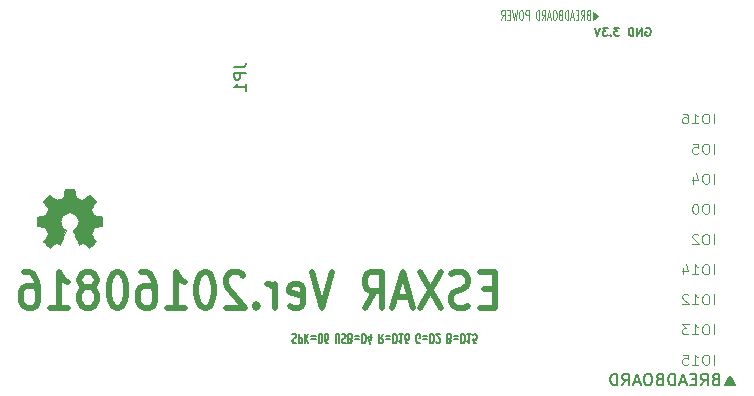
<source format=gbr>
G04 #@! TF.FileFunction,Legend,Bot*
%FSLAX46Y46*%
G04 Gerber Fmt 4.6, Leading zero omitted, Abs format (unit mm)*
G04 Created by KiCad (PCBNEW 4.0.2+dfsg1-stable) date 2016年08月16日 15時24分34秒*
%MOMM*%
G01*
G04 APERTURE LIST*
%ADD10C,0.100000*%
%ADD11C,0.125000*%
%ADD12C,0.175000*%
%ADD13C,0.200000*%
%ADD14C,0.500000*%
%ADD15C,0.132500*%
%ADD16C,0.002540*%
%ADD17C,0.150000*%
G04 APERTURE END LIST*
D10*
D11*
X176434286Y-80371905D02*
X176434286Y-79762381D01*
X176458095Y-80333810D02*
X176458095Y-79800476D01*
X176481905Y-80333810D02*
X176481905Y-79800476D01*
X176505714Y-80295714D02*
X176505714Y-79838571D01*
X176529524Y-80295714D02*
X176529524Y-79838571D01*
X176553333Y-80257619D02*
X176553333Y-79876667D01*
X176577143Y-80257619D02*
X176577143Y-79876667D01*
X176600952Y-80219524D02*
X176600952Y-79914762D01*
X176624762Y-80181429D02*
X176624762Y-79952857D01*
X176648571Y-80181429D02*
X176648571Y-79952857D01*
X176672381Y-80143333D02*
X176672381Y-79990952D01*
X176696190Y-80143333D02*
X176696190Y-79990952D01*
X176720000Y-80067143D02*
X176743809Y-80067143D01*
X176720000Y-80105238D02*
X176720000Y-80029048D01*
X176410476Y-80371905D02*
X176767619Y-80067143D01*
X176410476Y-79762381D01*
X176791428Y-80067143D02*
X176410476Y-79724286D01*
X176410476Y-80410000D01*
X176791428Y-80067143D01*
X176005714Y-79952857D02*
X175934285Y-79990952D01*
X175910476Y-80029048D01*
X175886666Y-80105238D01*
X175886666Y-80219524D01*
X175910476Y-80295714D01*
X175934285Y-80333810D01*
X175981904Y-80371905D01*
X176172380Y-80371905D01*
X176172380Y-79571905D01*
X176005714Y-79571905D01*
X175958095Y-79610000D01*
X175934285Y-79648095D01*
X175910476Y-79724286D01*
X175910476Y-79800476D01*
X175934285Y-79876667D01*
X175958095Y-79914762D01*
X176005714Y-79952857D01*
X176172380Y-79952857D01*
X175386666Y-80371905D02*
X175553333Y-79990952D01*
X175672380Y-80371905D02*
X175672380Y-79571905D01*
X175481904Y-79571905D01*
X175434285Y-79610000D01*
X175410476Y-79648095D01*
X175386666Y-79724286D01*
X175386666Y-79838571D01*
X175410476Y-79914762D01*
X175434285Y-79952857D01*
X175481904Y-79990952D01*
X175672380Y-79990952D01*
X175172380Y-79952857D02*
X175005714Y-79952857D01*
X174934285Y-80371905D02*
X175172380Y-80371905D01*
X175172380Y-79571905D01*
X174934285Y-79571905D01*
X174743809Y-80143333D02*
X174505714Y-80143333D01*
X174791428Y-80371905D02*
X174624761Y-79571905D01*
X174458095Y-80371905D01*
X174291428Y-80371905D02*
X174291428Y-79571905D01*
X174172381Y-79571905D01*
X174100952Y-79610000D01*
X174053333Y-79686190D01*
X174029524Y-79762381D01*
X174005714Y-79914762D01*
X174005714Y-80029048D01*
X174029524Y-80181429D01*
X174053333Y-80257619D01*
X174100952Y-80333810D01*
X174172381Y-80371905D01*
X174291428Y-80371905D01*
X173624762Y-79952857D02*
X173553333Y-79990952D01*
X173529524Y-80029048D01*
X173505714Y-80105238D01*
X173505714Y-80219524D01*
X173529524Y-80295714D01*
X173553333Y-80333810D01*
X173600952Y-80371905D01*
X173791428Y-80371905D01*
X173791428Y-79571905D01*
X173624762Y-79571905D01*
X173577143Y-79610000D01*
X173553333Y-79648095D01*
X173529524Y-79724286D01*
X173529524Y-79800476D01*
X173553333Y-79876667D01*
X173577143Y-79914762D01*
X173624762Y-79952857D01*
X173791428Y-79952857D01*
X173196190Y-79571905D02*
X173100952Y-79571905D01*
X173053333Y-79610000D01*
X173005714Y-79686190D01*
X172981905Y-79838571D01*
X172981905Y-80105238D01*
X173005714Y-80257619D01*
X173053333Y-80333810D01*
X173100952Y-80371905D01*
X173196190Y-80371905D01*
X173243809Y-80333810D01*
X173291428Y-80257619D01*
X173315238Y-80105238D01*
X173315238Y-79838571D01*
X173291428Y-79686190D01*
X173243809Y-79610000D01*
X173196190Y-79571905D01*
X172791428Y-80143333D02*
X172553333Y-80143333D01*
X172839047Y-80371905D02*
X172672380Y-79571905D01*
X172505714Y-80371905D01*
X172053333Y-80371905D02*
X172220000Y-79990952D01*
X172339047Y-80371905D02*
X172339047Y-79571905D01*
X172148571Y-79571905D01*
X172100952Y-79610000D01*
X172077143Y-79648095D01*
X172053333Y-79724286D01*
X172053333Y-79838571D01*
X172077143Y-79914762D01*
X172100952Y-79952857D01*
X172148571Y-79990952D01*
X172339047Y-79990952D01*
X171839047Y-80371905D02*
X171839047Y-79571905D01*
X171720000Y-79571905D01*
X171648571Y-79610000D01*
X171600952Y-79686190D01*
X171577143Y-79762381D01*
X171553333Y-79914762D01*
X171553333Y-80029048D01*
X171577143Y-80181429D01*
X171600952Y-80257619D01*
X171648571Y-80333810D01*
X171720000Y-80371905D01*
X171839047Y-80371905D01*
X170958095Y-80371905D02*
X170958095Y-79571905D01*
X170767619Y-79571905D01*
X170720000Y-79610000D01*
X170696191Y-79648095D01*
X170672381Y-79724286D01*
X170672381Y-79838571D01*
X170696191Y-79914762D01*
X170720000Y-79952857D01*
X170767619Y-79990952D01*
X170958095Y-79990952D01*
X170362857Y-79571905D02*
X170267619Y-79571905D01*
X170220000Y-79610000D01*
X170172381Y-79686190D01*
X170148572Y-79838571D01*
X170148572Y-80105238D01*
X170172381Y-80257619D01*
X170220000Y-80333810D01*
X170267619Y-80371905D01*
X170362857Y-80371905D01*
X170410476Y-80333810D01*
X170458095Y-80257619D01*
X170481905Y-80105238D01*
X170481905Y-79838571D01*
X170458095Y-79686190D01*
X170410476Y-79610000D01*
X170362857Y-79571905D01*
X169981904Y-79571905D02*
X169862857Y-80371905D01*
X169767619Y-79800476D01*
X169672381Y-80371905D01*
X169553333Y-79571905D01*
X169362856Y-79952857D02*
X169196190Y-79952857D01*
X169124761Y-80371905D02*
X169362856Y-80371905D01*
X169362856Y-79571905D01*
X169124761Y-79571905D01*
X168624761Y-80371905D02*
X168791428Y-79990952D01*
X168910475Y-80371905D02*
X168910475Y-79571905D01*
X168719999Y-79571905D01*
X168672380Y-79610000D01*
X168648571Y-79648095D01*
X168624761Y-79724286D01*
X168624761Y-79838571D01*
X168648571Y-79914762D01*
X168672380Y-79952857D01*
X168719999Y-79990952D01*
X168910475Y-79990952D01*
D12*
X180876333Y-81057000D02*
X180942999Y-81023667D01*
X181042999Y-81023667D01*
X181142999Y-81057000D01*
X181209666Y-81123667D01*
X181242999Y-81190333D01*
X181276333Y-81323667D01*
X181276333Y-81423667D01*
X181242999Y-81557000D01*
X181209666Y-81623667D01*
X181142999Y-81690333D01*
X181042999Y-81723667D01*
X180976333Y-81723667D01*
X180876333Y-81690333D01*
X180842999Y-81657000D01*
X180842999Y-81423667D01*
X180976333Y-81423667D01*
X180542999Y-81723667D02*
X180542999Y-81023667D01*
X180142999Y-81723667D01*
X180142999Y-81023667D01*
X179809666Y-81723667D02*
X179809666Y-81023667D01*
X179643000Y-81023667D01*
X179543000Y-81057000D01*
X179476333Y-81123667D01*
X179443000Y-81190333D01*
X179409666Y-81323667D01*
X179409666Y-81423667D01*
X179443000Y-81557000D01*
X179476333Y-81623667D01*
X179543000Y-81690333D01*
X179643000Y-81723667D01*
X179809666Y-81723667D01*
X178643000Y-81023667D02*
X178209667Y-81023667D01*
X178443000Y-81290333D01*
X178343000Y-81290333D01*
X178276333Y-81323667D01*
X178243000Y-81357000D01*
X178209667Y-81423667D01*
X178209667Y-81590333D01*
X178243000Y-81657000D01*
X178276333Y-81690333D01*
X178343000Y-81723667D01*
X178543000Y-81723667D01*
X178609667Y-81690333D01*
X178643000Y-81657000D01*
X177909666Y-81657000D02*
X177876333Y-81690333D01*
X177909666Y-81723667D01*
X177943000Y-81690333D01*
X177909666Y-81657000D01*
X177909666Y-81723667D01*
X177643000Y-81023667D02*
X177209667Y-81023667D01*
X177443000Y-81290333D01*
X177343000Y-81290333D01*
X177276333Y-81323667D01*
X177243000Y-81357000D01*
X177209667Y-81423667D01*
X177209667Y-81590333D01*
X177243000Y-81657000D01*
X177276333Y-81690333D01*
X177343000Y-81723667D01*
X177543000Y-81723667D01*
X177609667Y-81690333D01*
X177643000Y-81657000D01*
X177009666Y-81023667D02*
X176776333Y-81723667D01*
X176543000Y-81023667D01*
D13*
X188348286Y-111275762D02*
X188348286Y-111323381D01*
X188300667Y-111180524D02*
X188300667Y-111323381D01*
X188253048Y-111085286D02*
X188253048Y-111323381D01*
X188205429Y-110990048D02*
X188205429Y-111323381D01*
X188157810Y-110942429D02*
X188157810Y-111323381D01*
X188110191Y-110847190D02*
X188110191Y-111323381D01*
X188062571Y-110751952D02*
X188062571Y-111323381D01*
X188014952Y-110656714D02*
X188014952Y-111323381D01*
X187967333Y-110561476D02*
X187967333Y-111323381D01*
X187919714Y-110656714D02*
X187919714Y-111323381D01*
X187872095Y-110751952D02*
X187872095Y-111323381D01*
X187824476Y-110847190D02*
X187824476Y-111323381D01*
X187776857Y-110942429D02*
X187776857Y-111323381D01*
X187729238Y-110990048D02*
X187729238Y-111323381D01*
X187681619Y-111085286D02*
X187681619Y-111323381D01*
X187634000Y-111180524D02*
X187634000Y-111323381D01*
X187586381Y-111323381D02*
X187967333Y-110609095D01*
X188348286Y-111323381D01*
X187586381Y-111275762D02*
X187586381Y-111323381D01*
X187967333Y-110561476D02*
X187538762Y-111323381D01*
X188395905Y-111323381D01*
X187967333Y-110561476D01*
X186776857Y-110799571D02*
X186634000Y-110847190D01*
X186586381Y-110894810D01*
X186538762Y-110990048D01*
X186538762Y-111132905D01*
X186586381Y-111228143D01*
X186634000Y-111275762D01*
X186729238Y-111323381D01*
X187110191Y-111323381D01*
X187110191Y-110323381D01*
X186776857Y-110323381D01*
X186681619Y-110371000D01*
X186634000Y-110418619D01*
X186586381Y-110513857D01*
X186586381Y-110609095D01*
X186634000Y-110704333D01*
X186681619Y-110751952D01*
X186776857Y-110799571D01*
X187110191Y-110799571D01*
X185538762Y-111323381D02*
X185872096Y-110847190D01*
X186110191Y-111323381D02*
X186110191Y-110323381D01*
X185729238Y-110323381D01*
X185634000Y-110371000D01*
X185586381Y-110418619D01*
X185538762Y-110513857D01*
X185538762Y-110656714D01*
X185586381Y-110751952D01*
X185634000Y-110799571D01*
X185729238Y-110847190D01*
X186110191Y-110847190D01*
X185110191Y-110799571D02*
X184776857Y-110799571D01*
X184634000Y-111323381D02*
X185110191Y-111323381D01*
X185110191Y-110323381D01*
X184634000Y-110323381D01*
X184253048Y-111037667D02*
X183776857Y-111037667D01*
X184348286Y-111323381D02*
X184014953Y-110323381D01*
X183681619Y-111323381D01*
X183348286Y-111323381D02*
X183348286Y-110323381D01*
X183110191Y-110323381D01*
X182967333Y-110371000D01*
X182872095Y-110466238D01*
X182824476Y-110561476D01*
X182776857Y-110751952D01*
X182776857Y-110894810D01*
X182824476Y-111085286D01*
X182872095Y-111180524D01*
X182967333Y-111275762D01*
X183110191Y-111323381D01*
X183348286Y-111323381D01*
X182014952Y-110799571D02*
X181872095Y-110847190D01*
X181824476Y-110894810D01*
X181776857Y-110990048D01*
X181776857Y-111132905D01*
X181824476Y-111228143D01*
X181872095Y-111275762D01*
X181967333Y-111323381D01*
X182348286Y-111323381D01*
X182348286Y-110323381D01*
X182014952Y-110323381D01*
X181919714Y-110371000D01*
X181872095Y-110418619D01*
X181824476Y-110513857D01*
X181824476Y-110609095D01*
X181872095Y-110704333D01*
X181919714Y-110751952D01*
X182014952Y-110799571D01*
X182348286Y-110799571D01*
X181157810Y-110323381D02*
X180967333Y-110323381D01*
X180872095Y-110371000D01*
X180776857Y-110466238D01*
X180729238Y-110656714D01*
X180729238Y-110990048D01*
X180776857Y-111180524D01*
X180872095Y-111275762D01*
X180967333Y-111323381D01*
X181157810Y-111323381D01*
X181253048Y-111275762D01*
X181348286Y-111180524D01*
X181395905Y-110990048D01*
X181395905Y-110656714D01*
X181348286Y-110466238D01*
X181253048Y-110371000D01*
X181157810Y-110323381D01*
X180348286Y-111037667D02*
X179872095Y-111037667D01*
X180443524Y-111323381D02*
X180110191Y-110323381D01*
X179776857Y-111323381D01*
X178872095Y-111323381D02*
X179205429Y-110847190D01*
X179443524Y-111323381D02*
X179443524Y-110323381D01*
X179062571Y-110323381D01*
X178967333Y-110371000D01*
X178919714Y-110418619D01*
X178872095Y-110513857D01*
X178872095Y-110656714D01*
X178919714Y-110751952D01*
X178967333Y-110799571D01*
X179062571Y-110847190D01*
X179443524Y-110847190D01*
X178443524Y-111323381D02*
X178443524Y-110323381D01*
X178205429Y-110323381D01*
X178062571Y-110371000D01*
X177967333Y-110466238D01*
X177919714Y-110561476D01*
X177872095Y-110751952D01*
X177872095Y-110894810D01*
X177919714Y-111085286D01*
X177967333Y-111180524D01*
X178062571Y-111275762D01*
X178205429Y-111323381D01*
X178443524Y-111323381D01*
D10*
X186641714Y-89144000D02*
X186641714Y-88304000D01*
X186041715Y-88304000D02*
X185870286Y-88304000D01*
X185784572Y-88344000D01*
X185698858Y-88424000D01*
X185656000Y-88584000D01*
X185656000Y-88864000D01*
X185698858Y-89024000D01*
X185784572Y-89104000D01*
X185870286Y-89144000D01*
X186041715Y-89144000D01*
X186127429Y-89104000D01*
X186213143Y-89024000D01*
X186256000Y-88864000D01*
X186256000Y-88584000D01*
X186213143Y-88424000D01*
X186127429Y-88344000D01*
X186041715Y-88304000D01*
X184798858Y-89144000D02*
X185313143Y-89144000D01*
X185056001Y-89144000D02*
X185056001Y-88304000D01*
X185141715Y-88424000D01*
X185227429Y-88504000D01*
X185313143Y-88544000D01*
X184027429Y-88304000D02*
X184198858Y-88304000D01*
X184284572Y-88344000D01*
X184327429Y-88384000D01*
X184413143Y-88504000D01*
X184456000Y-88664000D01*
X184456000Y-88984000D01*
X184413143Y-89064000D01*
X184370286Y-89104000D01*
X184284572Y-89144000D01*
X184113143Y-89144000D01*
X184027429Y-89104000D01*
X183984572Y-89064000D01*
X183941715Y-88984000D01*
X183941715Y-88784000D01*
X183984572Y-88704000D01*
X184027429Y-88664000D01*
X184113143Y-88624000D01*
X184284572Y-88624000D01*
X184370286Y-88664000D01*
X184413143Y-88704000D01*
X184456000Y-88784000D01*
X186641714Y-91696000D02*
X186641714Y-90856000D01*
X186041715Y-90856000D02*
X185870286Y-90856000D01*
X185784572Y-90896000D01*
X185698858Y-90976000D01*
X185656000Y-91136000D01*
X185656000Y-91416000D01*
X185698858Y-91576000D01*
X185784572Y-91656000D01*
X185870286Y-91696000D01*
X186041715Y-91696000D01*
X186127429Y-91656000D01*
X186213143Y-91576000D01*
X186256000Y-91416000D01*
X186256000Y-91136000D01*
X186213143Y-90976000D01*
X186127429Y-90896000D01*
X186041715Y-90856000D01*
X184841715Y-90856000D02*
X185270286Y-90856000D01*
X185313143Y-91256000D01*
X185270286Y-91216000D01*
X185184572Y-91176000D01*
X184970286Y-91176000D01*
X184884572Y-91216000D01*
X184841715Y-91256000D01*
X184798858Y-91336000D01*
X184798858Y-91536000D01*
X184841715Y-91616000D01*
X184884572Y-91656000D01*
X184970286Y-91696000D01*
X185184572Y-91696000D01*
X185270286Y-91656000D01*
X185313143Y-91616000D01*
X186641714Y-94248000D02*
X186641714Y-93408000D01*
X186041715Y-93408000D02*
X185870286Y-93408000D01*
X185784572Y-93448000D01*
X185698858Y-93528000D01*
X185656000Y-93688000D01*
X185656000Y-93968000D01*
X185698858Y-94128000D01*
X185784572Y-94208000D01*
X185870286Y-94248000D01*
X186041715Y-94248000D01*
X186127429Y-94208000D01*
X186213143Y-94128000D01*
X186256000Y-93968000D01*
X186256000Y-93688000D01*
X186213143Y-93528000D01*
X186127429Y-93448000D01*
X186041715Y-93408000D01*
X184884572Y-93688000D02*
X184884572Y-94248000D01*
X185098858Y-93368000D02*
X185313143Y-93968000D01*
X184756001Y-93968000D01*
X186641714Y-96800000D02*
X186641714Y-95960000D01*
X186041715Y-95960000D02*
X185870286Y-95960000D01*
X185784572Y-96000000D01*
X185698858Y-96080000D01*
X185656000Y-96240000D01*
X185656000Y-96520000D01*
X185698858Y-96680000D01*
X185784572Y-96760000D01*
X185870286Y-96800000D01*
X186041715Y-96800000D01*
X186127429Y-96760000D01*
X186213143Y-96680000D01*
X186256000Y-96520000D01*
X186256000Y-96240000D01*
X186213143Y-96080000D01*
X186127429Y-96000000D01*
X186041715Y-95960000D01*
X185098858Y-95960000D02*
X185013143Y-95960000D01*
X184927429Y-96000000D01*
X184884572Y-96040000D01*
X184841715Y-96120000D01*
X184798858Y-96280000D01*
X184798858Y-96480000D01*
X184841715Y-96640000D01*
X184884572Y-96720000D01*
X184927429Y-96760000D01*
X185013143Y-96800000D01*
X185098858Y-96800000D01*
X185184572Y-96760000D01*
X185227429Y-96720000D01*
X185270286Y-96640000D01*
X185313143Y-96480000D01*
X185313143Y-96280000D01*
X185270286Y-96120000D01*
X185227429Y-96040000D01*
X185184572Y-96000000D01*
X185098858Y-95960000D01*
X186641714Y-99352000D02*
X186641714Y-98512000D01*
X186041715Y-98512000D02*
X185870286Y-98512000D01*
X185784572Y-98552000D01*
X185698858Y-98632000D01*
X185656000Y-98792000D01*
X185656000Y-99072000D01*
X185698858Y-99232000D01*
X185784572Y-99312000D01*
X185870286Y-99352000D01*
X186041715Y-99352000D01*
X186127429Y-99312000D01*
X186213143Y-99232000D01*
X186256000Y-99072000D01*
X186256000Y-98792000D01*
X186213143Y-98632000D01*
X186127429Y-98552000D01*
X186041715Y-98512000D01*
X185313143Y-98592000D02*
X185270286Y-98552000D01*
X185184572Y-98512000D01*
X184970286Y-98512000D01*
X184884572Y-98552000D01*
X184841715Y-98592000D01*
X184798858Y-98672000D01*
X184798858Y-98752000D01*
X184841715Y-98872000D01*
X185356001Y-99352000D01*
X184798858Y-99352000D01*
X186641714Y-101904000D02*
X186641714Y-101064000D01*
X186041715Y-101064000D02*
X185870286Y-101064000D01*
X185784572Y-101104000D01*
X185698858Y-101184000D01*
X185656000Y-101344000D01*
X185656000Y-101624000D01*
X185698858Y-101784000D01*
X185784572Y-101864000D01*
X185870286Y-101904000D01*
X186041715Y-101904000D01*
X186127429Y-101864000D01*
X186213143Y-101784000D01*
X186256000Y-101624000D01*
X186256000Y-101344000D01*
X186213143Y-101184000D01*
X186127429Y-101104000D01*
X186041715Y-101064000D01*
X184798858Y-101904000D02*
X185313143Y-101904000D01*
X185056001Y-101904000D02*
X185056001Y-101064000D01*
X185141715Y-101184000D01*
X185227429Y-101264000D01*
X185313143Y-101304000D01*
X184027429Y-101344000D02*
X184027429Y-101904000D01*
X184241715Y-101024000D02*
X184456000Y-101624000D01*
X183898858Y-101624000D01*
X186641714Y-104456000D02*
X186641714Y-103616000D01*
X186041715Y-103616000D02*
X185870286Y-103616000D01*
X185784572Y-103656000D01*
X185698858Y-103736000D01*
X185656000Y-103896000D01*
X185656000Y-104176000D01*
X185698858Y-104336000D01*
X185784572Y-104416000D01*
X185870286Y-104456000D01*
X186041715Y-104456000D01*
X186127429Y-104416000D01*
X186213143Y-104336000D01*
X186256000Y-104176000D01*
X186256000Y-103896000D01*
X186213143Y-103736000D01*
X186127429Y-103656000D01*
X186041715Y-103616000D01*
X184798858Y-104456000D02*
X185313143Y-104456000D01*
X185056001Y-104456000D02*
X185056001Y-103616000D01*
X185141715Y-103736000D01*
X185227429Y-103816000D01*
X185313143Y-103856000D01*
X184456000Y-103696000D02*
X184413143Y-103656000D01*
X184327429Y-103616000D01*
X184113143Y-103616000D01*
X184027429Y-103656000D01*
X183984572Y-103696000D01*
X183941715Y-103776000D01*
X183941715Y-103856000D01*
X183984572Y-103976000D01*
X184498858Y-104456000D01*
X183941715Y-104456000D01*
X186641714Y-107008000D02*
X186641714Y-106168000D01*
X186041715Y-106168000D02*
X185870286Y-106168000D01*
X185784572Y-106208000D01*
X185698858Y-106288000D01*
X185656000Y-106448000D01*
X185656000Y-106728000D01*
X185698858Y-106888000D01*
X185784572Y-106968000D01*
X185870286Y-107008000D01*
X186041715Y-107008000D01*
X186127429Y-106968000D01*
X186213143Y-106888000D01*
X186256000Y-106728000D01*
X186256000Y-106448000D01*
X186213143Y-106288000D01*
X186127429Y-106208000D01*
X186041715Y-106168000D01*
X184798858Y-107008000D02*
X185313143Y-107008000D01*
X185056001Y-107008000D02*
X185056001Y-106168000D01*
X185141715Y-106288000D01*
X185227429Y-106368000D01*
X185313143Y-106408000D01*
X184498858Y-106168000D02*
X183941715Y-106168000D01*
X184241715Y-106488000D01*
X184113143Y-106488000D01*
X184027429Y-106528000D01*
X183984572Y-106568000D01*
X183941715Y-106648000D01*
X183941715Y-106848000D01*
X183984572Y-106928000D01*
X184027429Y-106968000D01*
X184113143Y-107008000D01*
X184370286Y-107008000D01*
X184456000Y-106968000D01*
X184498858Y-106928000D01*
X186641714Y-109560000D02*
X186641714Y-108720000D01*
X186041715Y-108720000D02*
X185870286Y-108720000D01*
X185784572Y-108760000D01*
X185698858Y-108840000D01*
X185656000Y-109000000D01*
X185656000Y-109280000D01*
X185698858Y-109440000D01*
X185784572Y-109520000D01*
X185870286Y-109560000D01*
X186041715Y-109560000D01*
X186127429Y-109520000D01*
X186213143Y-109440000D01*
X186256000Y-109280000D01*
X186256000Y-109000000D01*
X186213143Y-108840000D01*
X186127429Y-108760000D01*
X186041715Y-108720000D01*
X184798858Y-109560000D02*
X185313143Y-109560000D01*
X185056001Y-109560000D02*
X185056001Y-108720000D01*
X185141715Y-108840000D01*
X185227429Y-108920000D01*
X185313143Y-108960000D01*
X183984572Y-108720000D02*
X184413143Y-108720000D01*
X184456000Y-109120000D01*
X184413143Y-109080000D01*
X184327429Y-109040000D01*
X184113143Y-109040000D01*
X184027429Y-109080000D01*
X183984572Y-109120000D01*
X183941715Y-109200000D01*
X183941715Y-109400000D01*
X183984572Y-109480000D01*
X184027429Y-109520000D01*
X184113143Y-109560000D01*
X184327429Y-109560000D01*
X184413143Y-109520000D01*
X184456000Y-109480000D01*
D14*
X168077234Y-103163714D02*
X167210568Y-103163714D01*
X166839139Y-104735143D02*
X168077234Y-104735143D01*
X168077234Y-101735143D01*
X166839139Y-101735143D01*
X165848663Y-104592286D02*
X165477234Y-104735143D01*
X164858187Y-104735143D01*
X164610568Y-104592286D01*
X164486758Y-104449429D01*
X164362949Y-104163714D01*
X164362949Y-103878000D01*
X164486758Y-103592286D01*
X164610568Y-103449429D01*
X164858187Y-103306571D01*
X165353425Y-103163714D01*
X165601044Y-103020857D01*
X165724853Y-102878000D01*
X165848663Y-102592286D01*
X165848663Y-102306571D01*
X165724853Y-102020857D01*
X165601044Y-101878000D01*
X165353425Y-101735143D01*
X164734377Y-101735143D01*
X164362949Y-101878000D01*
X163496282Y-101735143D02*
X161762949Y-104735143D01*
X161762949Y-101735143D02*
X163496282Y-104735143D01*
X160896283Y-103878000D02*
X159658188Y-103878000D01*
X161143902Y-104735143D02*
X160277235Y-101735143D01*
X159410569Y-104735143D01*
X157058188Y-104735143D02*
X157924855Y-103306571D01*
X158543902Y-104735143D02*
X158543902Y-101735143D01*
X157553426Y-101735143D01*
X157305807Y-101878000D01*
X157181998Y-102020857D01*
X157058188Y-102306571D01*
X157058188Y-102735143D01*
X157181998Y-103020857D01*
X157305807Y-103163714D01*
X157553426Y-103306571D01*
X158543902Y-103306571D01*
X154334379Y-101735143D02*
X153467712Y-104735143D01*
X152601046Y-101735143D01*
X150743903Y-104592286D02*
X150991522Y-104735143D01*
X151486760Y-104735143D01*
X151734379Y-104592286D01*
X151858189Y-104306571D01*
X151858189Y-103163714D01*
X151734379Y-102878000D01*
X151486760Y-102735143D01*
X150991522Y-102735143D01*
X150743903Y-102878000D01*
X150620094Y-103163714D01*
X150620094Y-103449429D01*
X151858189Y-103735143D01*
X149505808Y-104735143D02*
X149505808Y-102735143D01*
X149505808Y-103306571D02*
X149381999Y-103020857D01*
X149258189Y-102878000D01*
X149010570Y-102735143D01*
X148762951Y-102735143D01*
X147896284Y-104449429D02*
X147772475Y-104592286D01*
X147896284Y-104735143D01*
X148020094Y-104592286D01*
X147896284Y-104449429D01*
X147896284Y-104735143D01*
X146781999Y-102020857D02*
X146658189Y-101878000D01*
X146410570Y-101735143D01*
X145791523Y-101735143D01*
X145543904Y-101878000D01*
X145420094Y-102020857D01*
X145296285Y-102306571D01*
X145296285Y-102592286D01*
X145420094Y-103020857D01*
X146905808Y-104735143D01*
X145296285Y-104735143D01*
X143686761Y-101735143D02*
X143439142Y-101735143D01*
X143191523Y-101878000D01*
X143067714Y-102020857D01*
X142943904Y-102306571D01*
X142820095Y-102878000D01*
X142820095Y-103592286D01*
X142943904Y-104163714D01*
X143067714Y-104449429D01*
X143191523Y-104592286D01*
X143439142Y-104735143D01*
X143686761Y-104735143D01*
X143934380Y-104592286D01*
X144058190Y-104449429D01*
X144181999Y-104163714D01*
X144305809Y-103592286D01*
X144305809Y-102878000D01*
X144181999Y-102306571D01*
X144058190Y-102020857D01*
X143934380Y-101878000D01*
X143686761Y-101735143D01*
X140343905Y-104735143D02*
X141829619Y-104735143D01*
X141086762Y-104735143D02*
X141086762Y-101735143D01*
X141334381Y-102163714D01*
X141582000Y-102449429D01*
X141829619Y-102592286D01*
X138115334Y-101735143D02*
X138610572Y-101735143D01*
X138858191Y-101878000D01*
X138982000Y-102020857D01*
X139229619Y-102449429D01*
X139353429Y-103020857D01*
X139353429Y-104163714D01*
X139229619Y-104449429D01*
X139105810Y-104592286D01*
X138858191Y-104735143D01*
X138362953Y-104735143D01*
X138115334Y-104592286D01*
X137991524Y-104449429D01*
X137867715Y-104163714D01*
X137867715Y-103449429D01*
X137991524Y-103163714D01*
X138115334Y-103020857D01*
X138362953Y-102878000D01*
X138858191Y-102878000D01*
X139105810Y-103020857D01*
X139229619Y-103163714D01*
X139353429Y-103449429D01*
X136258191Y-101735143D02*
X136010572Y-101735143D01*
X135762953Y-101878000D01*
X135639144Y-102020857D01*
X135515334Y-102306571D01*
X135391525Y-102878000D01*
X135391525Y-103592286D01*
X135515334Y-104163714D01*
X135639144Y-104449429D01*
X135762953Y-104592286D01*
X136010572Y-104735143D01*
X136258191Y-104735143D01*
X136505810Y-104592286D01*
X136629620Y-104449429D01*
X136753429Y-104163714D01*
X136877239Y-103592286D01*
X136877239Y-102878000D01*
X136753429Y-102306571D01*
X136629620Y-102020857D01*
X136505810Y-101878000D01*
X136258191Y-101735143D01*
X133905811Y-103020857D02*
X134153430Y-102878000D01*
X134277239Y-102735143D01*
X134401049Y-102449429D01*
X134401049Y-102306571D01*
X134277239Y-102020857D01*
X134153430Y-101878000D01*
X133905811Y-101735143D01*
X133410573Y-101735143D01*
X133162954Y-101878000D01*
X133039144Y-102020857D01*
X132915335Y-102306571D01*
X132915335Y-102449429D01*
X133039144Y-102735143D01*
X133162954Y-102878000D01*
X133410573Y-103020857D01*
X133905811Y-103020857D01*
X134153430Y-103163714D01*
X134277239Y-103306571D01*
X134401049Y-103592286D01*
X134401049Y-104163714D01*
X134277239Y-104449429D01*
X134153430Y-104592286D01*
X133905811Y-104735143D01*
X133410573Y-104735143D01*
X133162954Y-104592286D01*
X133039144Y-104449429D01*
X132915335Y-104163714D01*
X132915335Y-103592286D01*
X133039144Y-103306571D01*
X133162954Y-103163714D01*
X133410573Y-103020857D01*
X130439145Y-104735143D02*
X131924859Y-104735143D01*
X131182002Y-104735143D02*
X131182002Y-101735143D01*
X131429621Y-102163714D01*
X131677240Y-102449429D01*
X131924859Y-102592286D01*
X128210574Y-101735143D02*
X128705812Y-101735143D01*
X128953431Y-101878000D01*
X129077240Y-102020857D01*
X129324859Y-102449429D01*
X129448669Y-103020857D01*
X129448669Y-104163714D01*
X129324859Y-104449429D01*
X129201050Y-104592286D01*
X128953431Y-104735143D01*
X128458193Y-104735143D01*
X128210574Y-104592286D01*
X128086764Y-104449429D01*
X127962955Y-104163714D01*
X127962955Y-103449429D01*
X128086764Y-103163714D01*
X128210574Y-103020857D01*
X128458193Y-102878000D01*
X128953431Y-102878000D01*
X129201050Y-103020857D01*
X129324859Y-103163714D01*
X129448669Y-103449429D01*
D15*
X150938809Y-106991190D02*
X151014524Y-106953095D01*
X151140714Y-106953095D01*
X151191190Y-106991190D01*
X151216428Y-107029286D01*
X151241667Y-107105476D01*
X151241667Y-107181667D01*
X151216428Y-107257857D01*
X151191190Y-107295952D01*
X151140714Y-107334048D01*
X151039762Y-107372143D01*
X150989286Y-107410238D01*
X150964047Y-107448333D01*
X150938809Y-107524524D01*
X150938809Y-107600714D01*
X150964047Y-107676905D01*
X150989286Y-107715000D01*
X151039762Y-107753095D01*
X151165952Y-107753095D01*
X151241667Y-107715000D01*
X151468809Y-106953095D02*
X151468809Y-107753095D01*
X151670714Y-107753095D01*
X151721190Y-107715000D01*
X151746429Y-107676905D01*
X151771667Y-107600714D01*
X151771667Y-107486429D01*
X151746429Y-107410238D01*
X151721190Y-107372143D01*
X151670714Y-107334048D01*
X151468809Y-107334048D01*
X151998809Y-106953095D02*
X151998809Y-107753095D01*
X152301667Y-106953095D02*
X152074524Y-107410238D01*
X152301667Y-107753095D02*
X151998809Y-107295952D01*
X152528809Y-107372143D02*
X152932619Y-107372143D01*
X152932619Y-107143571D02*
X152528809Y-107143571D01*
X153184999Y-106953095D02*
X153184999Y-107753095D01*
X153311190Y-107753095D01*
X153386904Y-107715000D01*
X153437380Y-107638810D01*
X153462619Y-107562619D01*
X153487857Y-107410238D01*
X153487857Y-107295952D01*
X153462619Y-107143571D01*
X153437380Y-107067381D01*
X153386904Y-106991190D01*
X153311190Y-106953095D01*
X153184999Y-106953095D01*
X153942142Y-107753095D02*
X153841190Y-107753095D01*
X153790714Y-107715000D01*
X153765476Y-107676905D01*
X153714999Y-107562619D01*
X153689761Y-107410238D01*
X153689761Y-107105476D01*
X153714999Y-107029286D01*
X153740238Y-106991190D01*
X153790714Y-106953095D01*
X153891666Y-106953095D01*
X153942142Y-106991190D01*
X153967380Y-107029286D01*
X153992619Y-107105476D01*
X153992619Y-107295952D01*
X153967380Y-107372143D01*
X153942142Y-107410238D01*
X153891666Y-107448333D01*
X153790714Y-107448333D01*
X153740238Y-107410238D01*
X153714999Y-107372143D01*
X153689761Y-107295952D01*
X154623571Y-107753095D02*
X154623571Y-107105476D01*
X154648810Y-107029286D01*
X154674048Y-106991190D01*
X154724524Y-106953095D01*
X154825476Y-106953095D01*
X154875952Y-106991190D01*
X154901191Y-107029286D01*
X154926429Y-107105476D01*
X154926429Y-107753095D01*
X155153571Y-106991190D02*
X155229286Y-106953095D01*
X155355476Y-106953095D01*
X155405952Y-106991190D01*
X155431190Y-107029286D01*
X155456429Y-107105476D01*
X155456429Y-107181667D01*
X155431190Y-107257857D01*
X155405952Y-107295952D01*
X155355476Y-107334048D01*
X155254524Y-107372143D01*
X155204048Y-107410238D01*
X155178809Y-107448333D01*
X155153571Y-107524524D01*
X155153571Y-107600714D01*
X155178809Y-107676905D01*
X155204048Y-107715000D01*
X155254524Y-107753095D01*
X155380714Y-107753095D01*
X155456429Y-107715000D01*
X155860238Y-107372143D02*
X155935952Y-107334048D01*
X155961191Y-107295952D01*
X155986429Y-107219762D01*
X155986429Y-107105476D01*
X155961191Y-107029286D01*
X155935952Y-106991190D01*
X155885476Y-106953095D01*
X155683571Y-106953095D01*
X155683571Y-107753095D01*
X155860238Y-107753095D01*
X155910714Y-107715000D01*
X155935952Y-107676905D01*
X155961191Y-107600714D01*
X155961191Y-107524524D01*
X155935952Y-107448333D01*
X155910714Y-107410238D01*
X155860238Y-107372143D01*
X155683571Y-107372143D01*
X156213571Y-107372143D02*
X156617381Y-107372143D01*
X156617381Y-107143571D02*
X156213571Y-107143571D01*
X156869761Y-106953095D02*
X156869761Y-107753095D01*
X156995952Y-107753095D01*
X157071666Y-107715000D01*
X157122142Y-107638810D01*
X157147381Y-107562619D01*
X157172619Y-107410238D01*
X157172619Y-107295952D01*
X157147381Y-107143571D01*
X157122142Y-107067381D01*
X157071666Y-106991190D01*
X156995952Y-106953095D01*
X156869761Y-106953095D01*
X157626904Y-107486429D02*
X157626904Y-106953095D01*
X157500714Y-107791190D02*
X157374523Y-107219762D01*
X157702619Y-107219762D01*
X158611191Y-106953095D02*
X158434524Y-107334048D01*
X158308333Y-106953095D02*
X158308333Y-107753095D01*
X158510238Y-107753095D01*
X158560714Y-107715000D01*
X158585953Y-107676905D01*
X158611191Y-107600714D01*
X158611191Y-107486429D01*
X158585953Y-107410238D01*
X158560714Y-107372143D01*
X158510238Y-107334048D01*
X158308333Y-107334048D01*
X158838333Y-107372143D02*
X159242143Y-107372143D01*
X159242143Y-107143571D02*
X158838333Y-107143571D01*
X159494523Y-106953095D02*
X159494523Y-107753095D01*
X159620714Y-107753095D01*
X159696428Y-107715000D01*
X159746904Y-107638810D01*
X159772143Y-107562619D01*
X159797381Y-107410238D01*
X159797381Y-107295952D01*
X159772143Y-107143571D01*
X159746904Y-107067381D01*
X159696428Y-106991190D01*
X159620714Y-106953095D01*
X159494523Y-106953095D01*
X160302143Y-106953095D02*
X159999285Y-106953095D01*
X160150714Y-106953095D02*
X160150714Y-107753095D01*
X160100238Y-107638810D01*
X160049762Y-107562619D01*
X159999285Y-107524524D01*
X160756428Y-107753095D02*
X160655476Y-107753095D01*
X160605000Y-107715000D01*
X160579762Y-107676905D01*
X160529285Y-107562619D01*
X160504047Y-107410238D01*
X160504047Y-107105476D01*
X160529285Y-107029286D01*
X160554524Y-106991190D01*
X160605000Y-106953095D01*
X160705952Y-106953095D01*
X160756428Y-106991190D01*
X160781666Y-107029286D01*
X160806905Y-107105476D01*
X160806905Y-107295952D01*
X160781666Y-107372143D01*
X160756428Y-107410238D01*
X160705952Y-107448333D01*
X160605000Y-107448333D01*
X160554524Y-107410238D01*
X160529285Y-107372143D01*
X160504047Y-107295952D01*
X161715477Y-107715000D02*
X161665000Y-107753095D01*
X161589286Y-107753095D01*
X161513572Y-107715000D01*
X161463096Y-107638810D01*
X161437857Y-107562619D01*
X161412619Y-107410238D01*
X161412619Y-107295952D01*
X161437857Y-107143571D01*
X161463096Y-107067381D01*
X161513572Y-106991190D01*
X161589286Y-106953095D01*
X161639762Y-106953095D01*
X161715477Y-106991190D01*
X161740715Y-107029286D01*
X161740715Y-107295952D01*
X161639762Y-107295952D01*
X161967857Y-107372143D02*
X162371667Y-107372143D01*
X162371667Y-107143571D02*
X161967857Y-107143571D01*
X162624047Y-106953095D02*
X162624047Y-107753095D01*
X162750238Y-107753095D01*
X162825952Y-107715000D01*
X162876428Y-107638810D01*
X162901667Y-107562619D01*
X162926905Y-107410238D01*
X162926905Y-107295952D01*
X162901667Y-107143571D01*
X162876428Y-107067381D01*
X162825952Y-106991190D01*
X162750238Y-106953095D01*
X162624047Y-106953095D01*
X163128809Y-107676905D02*
X163154047Y-107715000D01*
X163204524Y-107753095D01*
X163330714Y-107753095D01*
X163381190Y-107715000D01*
X163406428Y-107676905D01*
X163431667Y-107600714D01*
X163431667Y-107524524D01*
X163406428Y-107410238D01*
X163103571Y-106953095D01*
X163431667Y-106953095D01*
X164239286Y-107372143D02*
X164315000Y-107334048D01*
X164340239Y-107295952D01*
X164365477Y-107219762D01*
X164365477Y-107105476D01*
X164340239Y-107029286D01*
X164315000Y-106991190D01*
X164264524Y-106953095D01*
X164062619Y-106953095D01*
X164062619Y-107753095D01*
X164239286Y-107753095D01*
X164289762Y-107715000D01*
X164315000Y-107676905D01*
X164340239Y-107600714D01*
X164340239Y-107524524D01*
X164315000Y-107448333D01*
X164289762Y-107410238D01*
X164239286Y-107372143D01*
X164062619Y-107372143D01*
X164592619Y-107372143D02*
X164996429Y-107372143D01*
X164996429Y-107143571D02*
X164592619Y-107143571D01*
X165248809Y-106953095D02*
X165248809Y-107753095D01*
X165375000Y-107753095D01*
X165450714Y-107715000D01*
X165501190Y-107638810D01*
X165526429Y-107562619D01*
X165551667Y-107410238D01*
X165551667Y-107295952D01*
X165526429Y-107143571D01*
X165501190Y-107067381D01*
X165450714Y-106991190D01*
X165375000Y-106953095D01*
X165248809Y-106953095D01*
X166056429Y-106953095D02*
X165753571Y-106953095D01*
X165905000Y-106953095D02*
X165905000Y-107753095D01*
X165854524Y-107638810D01*
X165804048Y-107562619D01*
X165753571Y-107524524D01*
X166535952Y-107753095D02*
X166283571Y-107753095D01*
X166258333Y-107372143D01*
X166283571Y-107410238D01*
X166334048Y-107448333D01*
X166460238Y-107448333D01*
X166510714Y-107410238D01*
X166535952Y-107372143D01*
X166561191Y-107295952D01*
X166561191Y-107105476D01*
X166535952Y-107029286D01*
X166510714Y-106991190D01*
X166460238Y-106953095D01*
X166334048Y-106953095D01*
X166283571Y-106991190D01*
X166258333Y-107029286D01*
D16*
G36*
X133766560Y-99654360D02*
X133736080Y-99639120D01*
X133672580Y-99598480D01*
X133578600Y-99537520D01*
X133469380Y-99463860D01*
X133357620Y-99387660D01*
X133268720Y-99326700D01*
X133205220Y-99286060D01*
X133177280Y-99273360D01*
X133164580Y-99278440D01*
X133111240Y-99303840D01*
X133035040Y-99341940D01*
X132991860Y-99364800D01*
X132920740Y-99395280D01*
X132887720Y-99400360D01*
X132880100Y-99392740D01*
X132854700Y-99339400D01*
X132816600Y-99247960D01*
X132763260Y-99126040D01*
X132702300Y-98986340D01*
X132638800Y-98833940D01*
X132572760Y-98679000D01*
X132511800Y-98529140D01*
X132458460Y-98397060D01*
X132415280Y-98287840D01*
X132384800Y-98214180D01*
X132374640Y-98181160D01*
X132377180Y-98173540D01*
X132412740Y-98140520D01*
X132473700Y-98094800D01*
X132605780Y-97988120D01*
X132735320Y-97825560D01*
X132814060Y-97640140D01*
X132842000Y-97436940D01*
X132819140Y-97246440D01*
X132742940Y-97063560D01*
X132615940Y-96901000D01*
X132463540Y-96779080D01*
X132283200Y-96700340D01*
X132080000Y-96677480D01*
X131886960Y-96697800D01*
X131701540Y-96771460D01*
X131536440Y-96895920D01*
X131467860Y-96977200D01*
X131371340Y-97142300D01*
X131318000Y-97320100D01*
X131310380Y-97365820D01*
X131320540Y-97561400D01*
X131376420Y-97746820D01*
X131480560Y-97914460D01*
X131622800Y-98051620D01*
X131640580Y-98066860D01*
X131709160Y-98115120D01*
X131752340Y-98150680D01*
X131787900Y-98178620D01*
X131538980Y-98778060D01*
X131498340Y-98872040D01*
X131429760Y-99037140D01*
X131371340Y-99176840D01*
X131323080Y-99288600D01*
X131290060Y-99364800D01*
X131274820Y-99395280D01*
X131272280Y-99395280D01*
X131251960Y-99400360D01*
X131206240Y-99382580D01*
X131122420Y-99341940D01*
X131066540Y-99314000D01*
X131003040Y-99283520D01*
X130975100Y-99273360D01*
X130949700Y-99286060D01*
X130888740Y-99324160D01*
X130799840Y-99385120D01*
X130693160Y-99458780D01*
X130591560Y-99527360D01*
X130497580Y-99588320D01*
X130429000Y-99631500D01*
X130395980Y-99649280D01*
X130390900Y-99649280D01*
X130360420Y-99634040D01*
X130307080Y-99588320D01*
X130225800Y-99512120D01*
X130108960Y-99397820D01*
X130091180Y-99380040D01*
X129997200Y-99283520D01*
X129921000Y-99202240D01*
X129867660Y-99146360D01*
X129849880Y-99118420D01*
X129849880Y-99118420D01*
X129867660Y-99085400D01*
X129910840Y-99019360D01*
X129971800Y-98922840D01*
X130048000Y-98811080D01*
X130246120Y-98524060D01*
X130136900Y-98252280D01*
X130103880Y-98168460D01*
X130060700Y-98066860D01*
X130030220Y-97995740D01*
X130014980Y-97962720D01*
X129984500Y-97952560D01*
X129910840Y-97934780D01*
X129801620Y-97911920D01*
X129672080Y-97889060D01*
X129550160Y-97866200D01*
X129440940Y-97845880D01*
X129359660Y-97830640D01*
X129324100Y-97823020D01*
X129313940Y-97817940D01*
X129308860Y-97800160D01*
X129303780Y-97762060D01*
X129301240Y-97696020D01*
X129298700Y-97589340D01*
X129298700Y-97436940D01*
X129298700Y-97419160D01*
X129301240Y-97271840D01*
X129303780Y-97157540D01*
X129306320Y-97081340D01*
X129311400Y-97050860D01*
X129311400Y-97050860D01*
X129346960Y-97043240D01*
X129425700Y-97025460D01*
X129534920Y-97005140D01*
X129667000Y-96979740D01*
X129677160Y-96977200D01*
X129806700Y-96951800D01*
X129918460Y-96928940D01*
X129994660Y-96911160D01*
X130027680Y-96901000D01*
X130035300Y-96890840D01*
X130060700Y-96840040D01*
X130098800Y-96758760D01*
X130141980Y-96659700D01*
X130185160Y-96555560D01*
X130223260Y-96464120D01*
X130248660Y-96393000D01*
X130256280Y-96362520D01*
X130253740Y-96362520D01*
X130235960Y-96329500D01*
X130190240Y-96260920D01*
X130126740Y-96166940D01*
X130048000Y-96055180D01*
X130042920Y-96047560D01*
X129966720Y-95935800D01*
X129905760Y-95841820D01*
X129865120Y-95773240D01*
X129849880Y-95742760D01*
X129849880Y-95742760D01*
X129875280Y-95709740D01*
X129931160Y-95646240D01*
X130012440Y-95559880D01*
X130111500Y-95463360D01*
X130141980Y-95432880D01*
X130248660Y-95326200D01*
X130324860Y-95257620D01*
X130370580Y-95219520D01*
X130393440Y-95211900D01*
X130395980Y-95211900D01*
X130429000Y-95232220D01*
X130497580Y-95277940D01*
X130594100Y-95343980D01*
X130705860Y-95420180D01*
X130713480Y-95425260D01*
X130825240Y-95501460D01*
X130919220Y-95564960D01*
X130985260Y-95608140D01*
X131013200Y-95625920D01*
X131018280Y-95625920D01*
X131064000Y-95610680D01*
X131142740Y-95582740D01*
X131239260Y-95547180D01*
X131343400Y-95504000D01*
X131434840Y-95465900D01*
X131505960Y-95432880D01*
X131538980Y-95415100D01*
X131538980Y-95412560D01*
X131551680Y-95374460D01*
X131572000Y-95290640D01*
X131594860Y-95176340D01*
X131620260Y-95039180D01*
X131625340Y-95016320D01*
X131650740Y-94884240D01*
X131671060Y-94775020D01*
X131686300Y-94698820D01*
X131693920Y-94668340D01*
X131714240Y-94663260D01*
X131777740Y-94658180D01*
X131876800Y-94655640D01*
X131996180Y-94655640D01*
X132120640Y-94655640D01*
X132245100Y-94658180D01*
X132349240Y-94663260D01*
X132425440Y-94668340D01*
X132455920Y-94673420D01*
X132455920Y-94675960D01*
X132468620Y-94716600D01*
X132486400Y-94800420D01*
X132509260Y-94914720D01*
X132537200Y-95051880D01*
X132542280Y-95077280D01*
X132565140Y-95209360D01*
X132588000Y-95316040D01*
X132603240Y-95392240D01*
X132613400Y-95420180D01*
X132623560Y-95427800D01*
X132679440Y-95450660D01*
X132768340Y-95488760D01*
X132877560Y-95531940D01*
X133131560Y-95636080D01*
X133443980Y-95420180D01*
X133474460Y-95402400D01*
X133586220Y-95326200D01*
X133677660Y-95262700D01*
X133741160Y-95222060D01*
X133769100Y-95206820D01*
X133771640Y-95209360D01*
X133802120Y-95234760D01*
X133863080Y-95293180D01*
X133949440Y-95377000D01*
X134045960Y-95473520D01*
X134119620Y-95547180D01*
X134205980Y-95633540D01*
X134259320Y-95691960D01*
X134289800Y-95730060D01*
X134299960Y-95752920D01*
X134297420Y-95768160D01*
X134277100Y-95801180D01*
X134231380Y-95869760D01*
X134167880Y-95963740D01*
X134091680Y-96075500D01*
X134028180Y-96166940D01*
X133962140Y-96271080D01*
X133916420Y-96347280D01*
X133901180Y-96382840D01*
X133906260Y-96398080D01*
X133926580Y-96459040D01*
X133964680Y-96553020D01*
X134010400Y-96662240D01*
X134119620Y-96908620D01*
X134282180Y-96941640D01*
X134381240Y-96959420D01*
X134518400Y-96984820D01*
X134647940Y-97010220D01*
X134853680Y-97050860D01*
X134861300Y-97802700D01*
X134830820Y-97817940D01*
X134800340Y-97825560D01*
X134724140Y-97843340D01*
X134614920Y-97863660D01*
X134487920Y-97889060D01*
X134378700Y-97909380D01*
X134266940Y-97929700D01*
X134188200Y-97944940D01*
X134152640Y-97952560D01*
X134145020Y-97962720D01*
X134117080Y-98016060D01*
X134078980Y-98102420D01*
X134035800Y-98204020D01*
X133990080Y-98308160D01*
X133951980Y-98407220D01*
X133924040Y-98480880D01*
X133913880Y-98518980D01*
X133929120Y-98546920D01*
X133972300Y-98612960D01*
X134033260Y-98704400D01*
X134106920Y-98813620D01*
X134180580Y-98922840D01*
X134244080Y-99016820D01*
X134287260Y-99082860D01*
X134307580Y-99113340D01*
X134297420Y-99136200D01*
X134254240Y-99187000D01*
X134170420Y-99273360D01*
X134048500Y-99395280D01*
X134028180Y-99413060D01*
X133931660Y-99507040D01*
X133847840Y-99583240D01*
X133791960Y-99634040D01*
X133766560Y-99654360D01*
X133766560Y-99654360D01*
G37*
X133766560Y-99654360D02*
X133736080Y-99639120D01*
X133672580Y-99598480D01*
X133578600Y-99537520D01*
X133469380Y-99463860D01*
X133357620Y-99387660D01*
X133268720Y-99326700D01*
X133205220Y-99286060D01*
X133177280Y-99273360D01*
X133164580Y-99278440D01*
X133111240Y-99303840D01*
X133035040Y-99341940D01*
X132991860Y-99364800D01*
X132920740Y-99395280D01*
X132887720Y-99400360D01*
X132880100Y-99392740D01*
X132854700Y-99339400D01*
X132816600Y-99247960D01*
X132763260Y-99126040D01*
X132702300Y-98986340D01*
X132638800Y-98833940D01*
X132572760Y-98679000D01*
X132511800Y-98529140D01*
X132458460Y-98397060D01*
X132415280Y-98287840D01*
X132384800Y-98214180D01*
X132374640Y-98181160D01*
X132377180Y-98173540D01*
X132412740Y-98140520D01*
X132473700Y-98094800D01*
X132605780Y-97988120D01*
X132735320Y-97825560D01*
X132814060Y-97640140D01*
X132842000Y-97436940D01*
X132819140Y-97246440D01*
X132742940Y-97063560D01*
X132615940Y-96901000D01*
X132463540Y-96779080D01*
X132283200Y-96700340D01*
X132080000Y-96677480D01*
X131886960Y-96697800D01*
X131701540Y-96771460D01*
X131536440Y-96895920D01*
X131467860Y-96977200D01*
X131371340Y-97142300D01*
X131318000Y-97320100D01*
X131310380Y-97365820D01*
X131320540Y-97561400D01*
X131376420Y-97746820D01*
X131480560Y-97914460D01*
X131622800Y-98051620D01*
X131640580Y-98066860D01*
X131709160Y-98115120D01*
X131752340Y-98150680D01*
X131787900Y-98178620D01*
X131538980Y-98778060D01*
X131498340Y-98872040D01*
X131429760Y-99037140D01*
X131371340Y-99176840D01*
X131323080Y-99288600D01*
X131290060Y-99364800D01*
X131274820Y-99395280D01*
X131272280Y-99395280D01*
X131251960Y-99400360D01*
X131206240Y-99382580D01*
X131122420Y-99341940D01*
X131066540Y-99314000D01*
X131003040Y-99283520D01*
X130975100Y-99273360D01*
X130949700Y-99286060D01*
X130888740Y-99324160D01*
X130799840Y-99385120D01*
X130693160Y-99458780D01*
X130591560Y-99527360D01*
X130497580Y-99588320D01*
X130429000Y-99631500D01*
X130395980Y-99649280D01*
X130390900Y-99649280D01*
X130360420Y-99634040D01*
X130307080Y-99588320D01*
X130225800Y-99512120D01*
X130108960Y-99397820D01*
X130091180Y-99380040D01*
X129997200Y-99283520D01*
X129921000Y-99202240D01*
X129867660Y-99146360D01*
X129849880Y-99118420D01*
X129849880Y-99118420D01*
X129867660Y-99085400D01*
X129910840Y-99019360D01*
X129971800Y-98922840D01*
X130048000Y-98811080D01*
X130246120Y-98524060D01*
X130136900Y-98252280D01*
X130103880Y-98168460D01*
X130060700Y-98066860D01*
X130030220Y-97995740D01*
X130014980Y-97962720D01*
X129984500Y-97952560D01*
X129910840Y-97934780D01*
X129801620Y-97911920D01*
X129672080Y-97889060D01*
X129550160Y-97866200D01*
X129440940Y-97845880D01*
X129359660Y-97830640D01*
X129324100Y-97823020D01*
X129313940Y-97817940D01*
X129308860Y-97800160D01*
X129303780Y-97762060D01*
X129301240Y-97696020D01*
X129298700Y-97589340D01*
X129298700Y-97436940D01*
X129298700Y-97419160D01*
X129301240Y-97271840D01*
X129303780Y-97157540D01*
X129306320Y-97081340D01*
X129311400Y-97050860D01*
X129311400Y-97050860D01*
X129346960Y-97043240D01*
X129425700Y-97025460D01*
X129534920Y-97005140D01*
X129667000Y-96979740D01*
X129677160Y-96977200D01*
X129806700Y-96951800D01*
X129918460Y-96928940D01*
X129994660Y-96911160D01*
X130027680Y-96901000D01*
X130035300Y-96890840D01*
X130060700Y-96840040D01*
X130098800Y-96758760D01*
X130141980Y-96659700D01*
X130185160Y-96555560D01*
X130223260Y-96464120D01*
X130248660Y-96393000D01*
X130256280Y-96362520D01*
X130253740Y-96362520D01*
X130235960Y-96329500D01*
X130190240Y-96260920D01*
X130126740Y-96166940D01*
X130048000Y-96055180D01*
X130042920Y-96047560D01*
X129966720Y-95935800D01*
X129905760Y-95841820D01*
X129865120Y-95773240D01*
X129849880Y-95742760D01*
X129849880Y-95742760D01*
X129875280Y-95709740D01*
X129931160Y-95646240D01*
X130012440Y-95559880D01*
X130111500Y-95463360D01*
X130141980Y-95432880D01*
X130248660Y-95326200D01*
X130324860Y-95257620D01*
X130370580Y-95219520D01*
X130393440Y-95211900D01*
X130395980Y-95211900D01*
X130429000Y-95232220D01*
X130497580Y-95277940D01*
X130594100Y-95343980D01*
X130705860Y-95420180D01*
X130713480Y-95425260D01*
X130825240Y-95501460D01*
X130919220Y-95564960D01*
X130985260Y-95608140D01*
X131013200Y-95625920D01*
X131018280Y-95625920D01*
X131064000Y-95610680D01*
X131142740Y-95582740D01*
X131239260Y-95547180D01*
X131343400Y-95504000D01*
X131434840Y-95465900D01*
X131505960Y-95432880D01*
X131538980Y-95415100D01*
X131538980Y-95412560D01*
X131551680Y-95374460D01*
X131572000Y-95290640D01*
X131594860Y-95176340D01*
X131620260Y-95039180D01*
X131625340Y-95016320D01*
X131650740Y-94884240D01*
X131671060Y-94775020D01*
X131686300Y-94698820D01*
X131693920Y-94668340D01*
X131714240Y-94663260D01*
X131777740Y-94658180D01*
X131876800Y-94655640D01*
X131996180Y-94655640D01*
X132120640Y-94655640D01*
X132245100Y-94658180D01*
X132349240Y-94663260D01*
X132425440Y-94668340D01*
X132455920Y-94673420D01*
X132455920Y-94675960D01*
X132468620Y-94716600D01*
X132486400Y-94800420D01*
X132509260Y-94914720D01*
X132537200Y-95051880D01*
X132542280Y-95077280D01*
X132565140Y-95209360D01*
X132588000Y-95316040D01*
X132603240Y-95392240D01*
X132613400Y-95420180D01*
X132623560Y-95427800D01*
X132679440Y-95450660D01*
X132768340Y-95488760D01*
X132877560Y-95531940D01*
X133131560Y-95636080D01*
X133443980Y-95420180D01*
X133474460Y-95402400D01*
X133586220Y-95326200D01*
X133677660Y-95262700D01*
X133741160Y-95222060D01*
X133769100Y-95206820D01*
X133771640Y-95209360D01*
X133802120Y-95234760D01*
X133863080Y-95293180D01*
X133949440Y-95377000D01*
X134045960Y-95473520D01*
X134119620Y-95547180D01*
X134205980Y-95633540D01*
X134259320Y-95691960D01*
X134289800Y-95730060D01*
X134299960Y-95752920D01*
X134297420Y-95768160D01*
X134277100Y-95801180D01*
X134231380Y-95869760D01*
X134167880Y-95963740D01*
X134091680Y-96075500D01*
X134028180Y-96166940D01*
X133962140Y-96271080D01*
X133916420Y-96347280D01*
X133901180Y-96382840D01*
X133906260Y-96398080D01*
X133926580Y-96459040D01*
X133964680Y-96553020D01*
X134010400Y-96662240D01*
X134119620Y-96908620D01*
X134282180Y-96941640D01*
X134381240Y-96959420D01*
X134518400Y-96984820D01*
X134647940Y-97010220D01*
X134853680Y-97050860D01*
X134861300Y-97802700D01*
X134830820Y-97817940D01*
X134800340Y-97825560D01*
X134724140Y-97843340D01*
X134614920Y-97863660D01*
X134487920Y-97889060D01*
X134378700Y-97909380D01*
X134266940Y-97929700D01*
X134188200Y-97944940D01*
X134152640Y-97952560D01*
X134145020Y-97962720D01*
X134117080Y-98016060D01*
X134078980Y-98102420D01*
X134035800Y-98204020D01*
X133990080Y-98308160D01*
X133951980Y-98407220D01*
X133924040Y-98480880D01*
X133913880Y-98518980D01*
X133929120Y-98546920D01*
X133972300Y-98612960D01*
X134033260Y-98704400D01*
X134106920Y-98813620D01*
X134180580Y-98922840D01*
X134244080Y-99016820D01*
X134287260Y-99082860D01*
X134307580Y-99113340D01*
X134297420Y-99136200D01*
X134254240Y-99187000D01*
X134170420Y-99273360D01*
X134048500Y-99395280D01*
X134028180Y-99413060D01*
X133931660Y-99507040D01*
X133847840Y-99583240D01*
X133791960Y-99634040D01*
X133766560Y-99654360D01*
D17*
X146010381Y-84383667D02*
X146724667Y-84383667D01*
X146867524Y-84336047D01*
X146962762Y-84240809D01*
X147010381Y-84097952D01*
X147010381Y-84002714D01*
X147010381Y-84859857D02*
X146010381Y-84859857D01*
X146010381Y-85240810D01*
X146058000Y-85336048D01*
X146105619Y-85383667D01*
X146200857Y-85431286D01*
X146343714Y-85431286D01*
X146438952Y-85383667D01*
X146486571Y-85336048D01*
X146534190Y-85240810D01*
X146534190Y-84859857D01*
X147010381Y-86383667D02*
X147010381Y-85812238D01*
X147010381Y-86097952D02*
X146010381Y-86097952D01*
X146153238Y-86002714D01*
X146248476Y-85907476D01*
X146296095Y-85812238D01*
M02*

</source>
